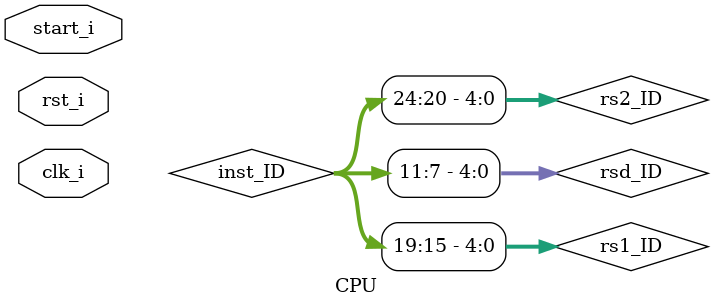
<source format=v>
module CPU
(
    clk_i, 
    rst_i,
    start_i
);

// Ports
input               clk_i;
input               rst_i;
input               start_i;

wire[31:0]inst_addr;
wire[31:0]next_inst_addr;
wire PC_Mux_select;
wire IF_stall_signal,IF_flush_signal;
wire ID_beq_result;
wire[31:0]pc_input;
wire[11:0]immgen_12bit_ID;
wire[2:0]alu_control_EX;
wire[1:0]alu_op_EX;
wire alu_src_EX;

wire[31:0]inst_IF,inst_ID,inst_EX;
wire[31:0]pc_ID;
wire[31:0]rs1_data_ID,rs1_data_EX;
wire[31:0]rs2_data_ID,rs2_data_EX,rs2_data_MEM;
wire[31:0]imm_ID,imm_EX,imm_shifted_ID;
wire[31:0]alu_result_EX,alu_result_MEM,alu_result_WB;
wire[4:0]rs1_ID,rs1_EX;
wire[4:0]rs2_ID,rs2_EX,rs2_MEM;
wire[4:0]rsd_ID,rsd_EX,rsd_MEM,rsd_WB;
wire[2:0]opcode_ID,opcode_EX,opcode_MEM,opcode_WB;
wire valid_ID,valid_EX,valid_MEM,valid_WB;
wire[31:0]memory_data_MEM,memory_data_WB;
wire[31:0]add_result_Ah_Jia;
wire reg_src_WB;//0:alu, 1:memory
wire[31:0]register_input_WB;
wire pc_write;
wire Hazard_Detect_Valid,Control_Valid;
wire Control_IF_flush_signal,Hazard_IF_flush_signal;

assign valid_ID=Hazard_Detect_Valid&Control_Valid;
assign pc_write=~IF_stall_signal;//IF_flush: stall
assign IF_flush_signal=Control_IF_flush_signal;
assign IF_stall_signal=Hazard_IF_flush_signal;
assign reg_src_WB=(opcode_WB==3'b011||opcode_WB==3'b001)? 1'b0:
				  (opcode_WB==3'b000)? 1'b1:
				  1'bX;

Control Control(
	.inst       (inst_ID),
	.Beq        (ID_beq_result),
	.flush_op   (Control_IF_flush_signal),
	.Opcode     (opcode_ID),
	.Valid      (Control_Valid),
	.PC_MUX_op   (PC_Mux_select)
);

Hazard_Detect Hazard_Detect(
	.valid_i(valid_EX),
	.ID_EX_M	(opcode_EX),
	.reg1_addr	(inst_ID[19:15]),
	.reg2_addr	(inst_ID[24:20]),
	.regd_addr	(rsd_EX),
	.IF_Op	(Hazard_IF_flush_signal),
	.Valid	(Hazard_Detect_Valid)
);

Buf_IF_ID Buffer_IF_ID(
	.clk_i(clk_i),
	.rst_i(rst_i),
	.pc_i(inst_addr),
	.inst_i(inst_IF),
	.IF_stall_i(IF_stall_signal),
	.IF_flush_i(IF_flush_signal),
	.pc_o(pc_ID),
	.inst_o(inst_ID)
);

wire[31:0]rs1_data_raw_EX,rs2_data_raw_EX;

Buf_ID_EX Buffer_ID_EX(
	.clk_i(clk_i),
	.rst_i(rst_i),
	.inst_i(inst_ID),
	.rs1_data_i(rs1_data_ID),
	.rs2_data_i(rs2_data_ID),
	.imm_i(imm_ID),
	.rs1_i(rs1_ID),
	.rs2_i(rs2_ID),
	.rsd_i(rsd_ID),
	.Op_i(opcode_ID),
	.valid_i(valid_ID),
	.inst_o(inst_EX),
	.rs1_data_o(rs1_data_raw_EX),
	.rs2_data_o(rs2_data_raw_EX),
	.imm_o(imm_EX),
	.rs1_o(rs1_EX),
	.rs2_o(rs2_EX),
	.rsd_o(rsd_EX),
	.Op_o(opcode_EX),
	.valid_o(valid_EX)
);

Buf_EX_MEM Buffer_EX_MEM(
	.clk_i(clk_i),
	.rst_i(rst_i),
	.alu_result_i(alu_result_EX),
	.rs2_data_i(rs2_data_EX),
	.rs2_i(rs2_EX),
	.rsd_i(rsd_EX),
	.Op_i(opcode_EX),
	.valid_i(valid_EX),
	.alu_result_o(alu_result_MEM),
	.rs2_data_o(rs2_data_MEM),
	.rs2_o(rs2_MEM),
	.rsd_o(rsd_MEM),
	.Op_o(opcode_MEM),
	.valid_o(valid_MEM)
);

Buf_MEM_WB Buffer_MEM_WB(
	.clk_i(clk_i),
	.rst_i(rst_i),
	.alu_result_i(alu_result_MEM),
	.memory_data_i(memory_data_MEM),
	.rsd_i(rsd_MEM),
	.Op_i(opcode_MEM),
	.valid_i(valid_MEM),
	.alu_result_o(alu_result_WB),
	.memory_data_o(memory_data_WB),
	.rsd_o(rsd_WB),
	.Op_o(opcode_WB),
	.valid_o(valid_WB)
);

Beq ID_Beq(
	.data1_i(rs1_data_ID),
	.data2_i(rs2_data_ID),
	.Beq_Op(opcode_ID==3'b110 ? 1'b1:1'b0),
	.Beq(ID_beq_result)
);

Shift_Left Imm_Shift_Left(
	.data_in(imm_ID),
	.data_o(imm_shifted_ID)
);

Adder Add_Ah_Jia(//our 阿加 <3
	.data1_in(pc_ID),
	.data2_in(imm_shifted_ID),
	.data_o(add_result_Ah_Jia)
);

Adder Add_PC(
    .data1_in   (inst_addr),
    .data2_in   (32'd4),
    .data_o     (next_inst_addr)
);


PC PC(
    .clk_i      (clk_i),
    .rst_i      (rst_i),
    .start_i    (start_i),
	.pc_write_i(pc_write),
    .pc_i       (pc_input),
    .pc_o       (inst_addr)
);

MUX32 PC_Mux(
	.data1_i(next_inst_addr),
	.data2_i(add_result_Ah_Jia),
	.select_i(PC_Mux_select),
	.data_o(pc_input)
);

Instruction_Memory Instruction_Memory(
    .addr_i     (inst_addr), 
    .instr_o    (inst_IF)
);

Data_Memory Data_Memory(
	.clk_i(clk_i),
	.addr_i(alu_result_MEM),
	.data_i(rs2_data_MEM),
	.mem_write_i((valid_MEM&&opcode_MEM==3'b010)? 1'b1:1'b0),
	.data_o(memory_data_MEM)
);

MUX32 RegWriteSrc_Mux(
	.data1_i(alu_result_WB),
	.data2_i(memory_data_WB),
	.select_i(reg_src_WB),
	.data_o(register_input_WB)
);

wire regwrite_MEM,regwrite_WB;
assign regwrite_MEM=valid_MEM&&
					(opcode_MEM==3'b011||
					 opcode_MEM==3'b001||
					 opcode_MEM==3'b000)? 1'b1:1'b0;
assign regwrite_WB =valid_WB&&
					(opcode_WB==3'b011||
					 opcode_WB==3'b001||
					 opcode_WB==3'b000)? 1'b1:1'b0;

assign rs1_ID=inst_ID[19:15];
assign rs2_ID=inst_ID[24:20];
assign rsd_ID=inst_ID[11:7];

Registers Registers(
    .clk_i      (clk_i),
    .RSaddr_i   (rs1_ID),
    .RTaddr_i   (rs2_ID),
    .RDaddr_i   (rsd_WB), 
    .RDdata_i   (register_input_WB),
    .RegWrite_i (regwrite_WB),
    .RSdata_o   (rs1_data_ID), 
    .RTdata_o   (rs2_data_ID) 
);

ImmGen ID_ImmGen(
	.inst_i(inst_ID),
	.imm_o(immgen_12bit_ID)
);

Sign_Extend Sign_Extend(
    .data_i     (immgen_12bit_ID),
    .data_o     (imm_ID)
);

wire[31:0]alu_data2_EX;
wire[1:0]forward_A,forward_B;

Forwarding_Unit Forwarding_Unit(//TODO
	.Rs1_i(rs1_EX),
	.Rs2_i(rs2_EX),
	.RegWrite_p_i(regwrite_MEM),
	.Rd_p_i(rsd_MEM),
	.RegWrite_pp_i(regwrite_WB),
	.Rd_pp_i(rsd_WB),
	.ForwardA_o(forward_A),
	.ForwardB_o(forward_B)
);

MUX32_3i MUX_ALU_data1(
	.data1_i(rs1_data_raw_EX),
	.data2_i(alu_result_MEM),
	.data3_i(register_input_WB),//might be memory data
	.select_i(forward_A),
	.data_o(rs1_data_EX)
);

MUX32_3i MUX_ALU_data2(
	.data1_i(rs2_data_raw_EX),
	.data2_i(alu_result_MEM),
	.data3_i(register_input_WB),
	.select_i(forward_B),
	.data_o(rs2_data_EX)
);

ALUSrc_Gen EX_ALUSrc_Gen(
	.opcode_i(opcode_EX),
	.ALUSrc_o(alu_src_EX)
);

MUX32 MUX_ALUSrc(
    .data1_i    (rs2_data_EX),
    .data2_i    (imm_EX),
    .select_i   (alu_src_EX),
    .data_o     (alu_data2_EX)
);

ALU ALU(
    .data1_i    (rs1_data_EX),
    .data2_i    (alu_data2_EX),
    .ALUCtrl_i  (alu_control_EX),
    .data_o     (alu_result_EX)
);

ALUOpGen EX_ALUOpGen(
	.opcode_i(opcode_EX),
	.ALU_Op_o(alu_op_EX)
);

ALU_Control ALU_Control(
    .funct_i    ({{inst_EX[30]},{inst_EX[25]},{inst_EX[14:12]}}),
    .ALUOp_i    (alu_op_EX),
    .ALUCtrl_o  (alu_control_EX)
);


endmodule

</source>
